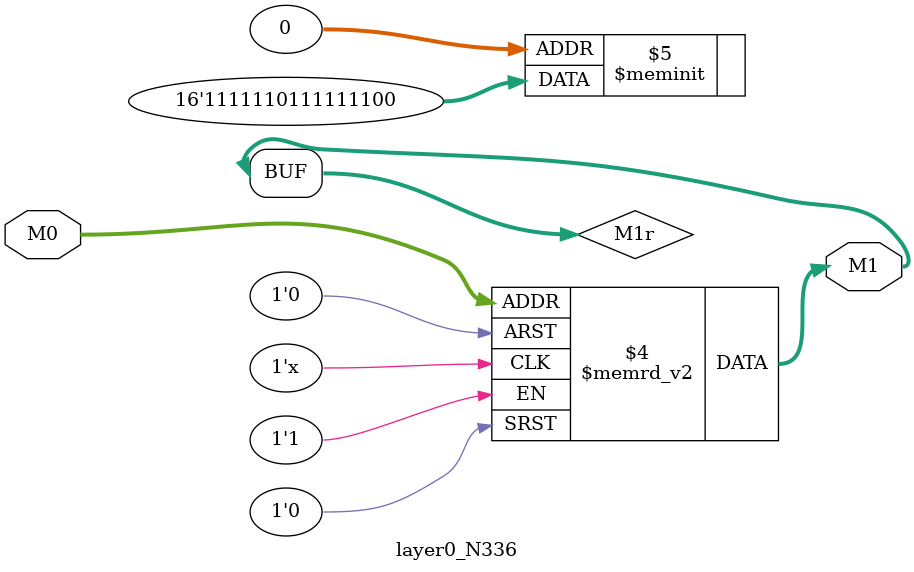
<source format=v>
module layer0_N336 ( input [2:0] M0, output [1:0] M1 );

	(*rom_style = "distributed" *) reg [1:0] M1r;
	assign M1 = M1r;
	always @ (M0) begin
		case (M0)
			3'b000: M1r = 2'b00;
			3'b100: M1r = 2'b01;
			3'b010: M1r = 2'b11;
			3'b110: M1r = 2'b11;
			3'b001: M1r = 2'b11;
			3'b101: M1r = 2'b11;
			3'b011: M1r = 2'b11;
			3'b111: M1r = 2'b11;

		endcase
	end
endmodule

</source>
